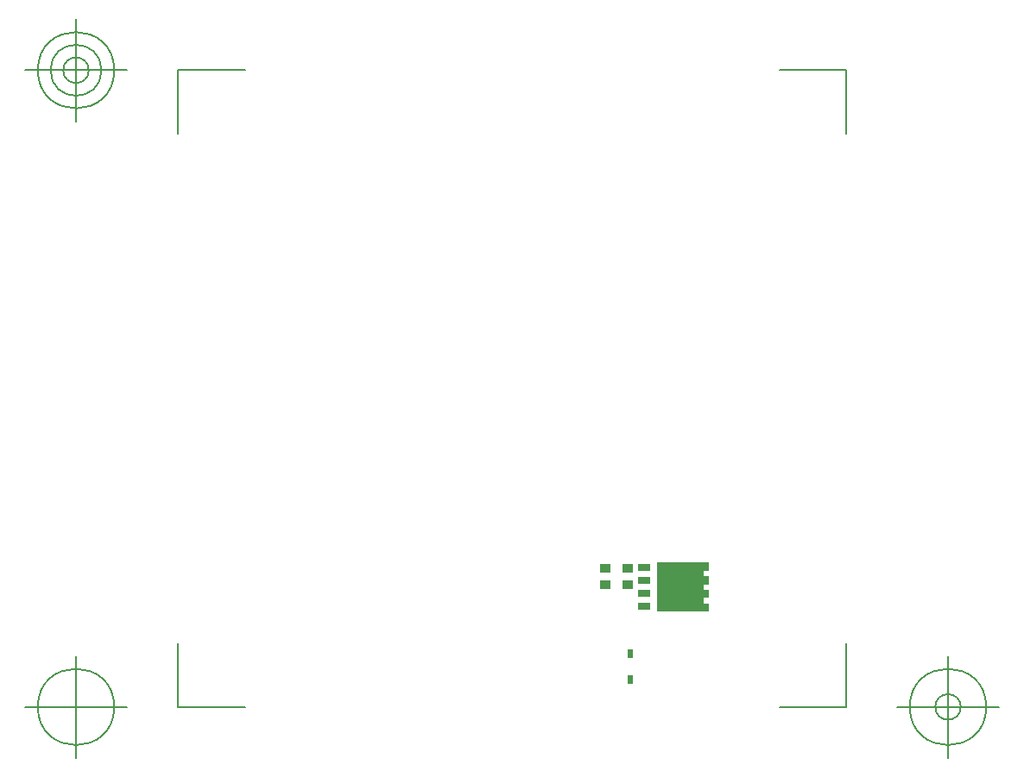
<source format=gbr>
G04 Generated by Ultiboard 14.0 *
%FSLAX34Y34*%
%MOMM*%

%ADD10C,0.0001*%
%ADD11C,0.0010*%
%ADD12C,0.1270*%
%ADD13R,0.5000X0.8500*%
%ADD14R,1.0000X0.9500*%
%ADD15R,1.2000X0.6500*%


G04 ColorRGB 009966 for the following layer *
%LNPaste Mask Bottom*%
%LPD*%
G54D10*
G54D11*
G36*
X466850Y92070D02*
X466850Y92070D01*
X516850Y92070D01*
X516850Y99070D01*
X511850Y99070D01*
X511850Y105420D01*
X516850Y105420D01*
X516850Y112420D01*
X511850Y112420D01*
X511850Y118720D01*
X516850Y118720D01*
X516850Y125720D01*
X511850Y125720D01*
X511850Y132070D01*
X516850Y132070D01*
X516850Y139070D01*
X466850Y139070D01*
X466850Y92070D01*
D02*
G37*
X516850Y92070D01*
X516850Y99070D01*
X511850Y99070D01*
X511850Y105420D01*
X516850Y105420D01*
X516850Y112420D01*
X511850Y112420D01*
X511850Y118720D01*
X516850Y118720D01*
X516850Y125720D01*
X511850Y125720D01*
X511850Y132070D01*
X516850Y132070D01*
X516850Y139070D01*
X466850Y139070D01*
X466850Y92070D01*
G54D12*
X-2540Y-2540D02*
X-2540Y59968D01*
X-2540Y-2540D02*
X62968Y-2540D01*
X652540Y-2540D02*
X587032Y-2540D01*
X652540Y-2540D02*
X652540Y59968D01*
X652540Y622540D02*
X652540Y560032D01*
X652540Y622540D02*
X587032Y622540D01*
X-2540Y622540D02*
X62968Y622540D01*
X-2540Y622540D02*
X-2540Y560032D01*
X-52540Y-2540D02*
X-152540Y-2540D01*
X-102540Y-52540D02*
X-102540Y47460D01*
X-140040Y-2540D02*
G75*
D01*
G02X-140040Y-2540I37500J0*
G01*
X702540Y-2540D02*
X802540Y-2540D01*
X752540Y-52540D02*
X752540Y47460D01*
X715040Y-2540D02*
G75*
D01*
G02X715040Y-2540I37500J0*
G01*
X740040Y-2540D02*
G75*
D01*
G02X740040Y-2540I12500J0*
G01*
X-52540Y622540D02*
X-152540Y622540D01*
X-102540Y572540D02*
X-102540Y672540D01*
X-140040Y622540D02*
G75*
D01*
G02X-140040Y622540I37500J0*
G01*
X-127540Y622540D02*
G75*
D01*
G02X-127540Y622540I25000J0*
G01*
X-115040Y622540D02*
G75*
D01*
G02X-115040Y622540I12500J0*
G01*
G54D13*
X440690Y24330D03*
X440690Y49330D03*
G54D14*
X438150Y133730D03*
X438150Y117730D03*
X416560Y133730D03*
X416560Y117730D03*
G54D15*
X454350Y96520D03*
X454350Y109220D03*
X454350Y121920D03*
X454350Y134620D03*

M02*

</source>
